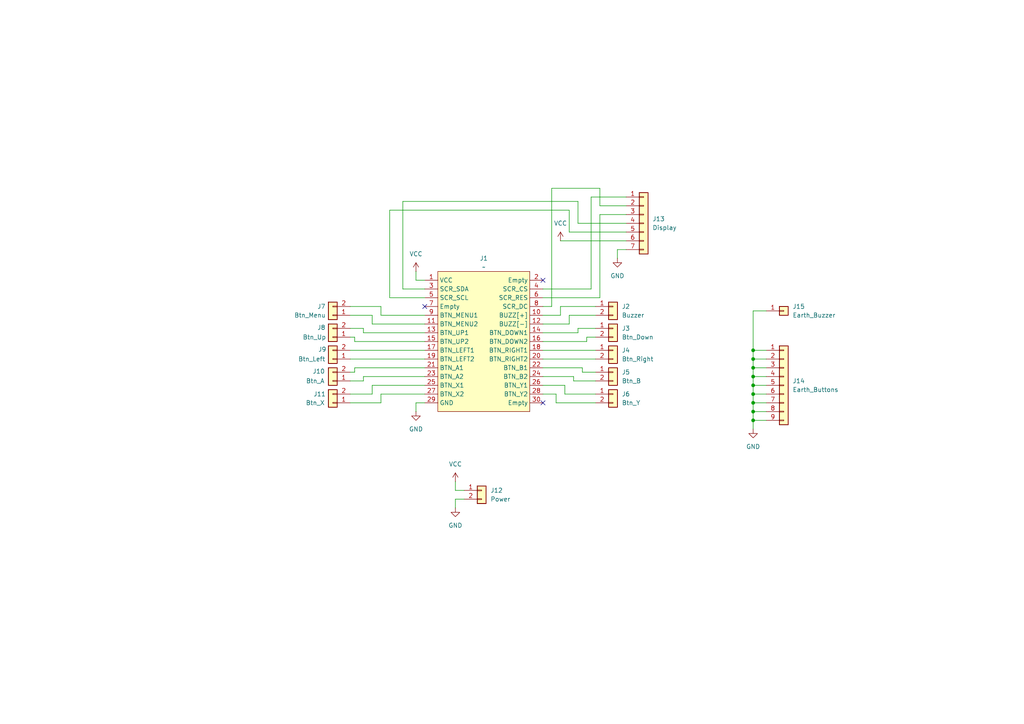
<source format=kicad_sch>
(kicad_sch (version 20250114) (generator "eeschema") (generator_version "9.0")
  (paper "A4")
  (lib_symbols
    (symbol "Connector_Generic:Conn_01x01" (pin_names (offset 1.016) (hide yes))
      (property "Reference" "J" (at 0 2.54 0))
      (property "Value" "Conn_01x01" (at 0 -2.54 0))
      (symbol "Conn_01x01_1_1"
        (rectangle (start -1.27 1.27) (end 1.27 -1.27) (stroke (width 0.254)) (fill (type background)))
        (rectangle (start -1.27 0.127) (end 0 -0.127) (stroke (width 0.1524)))
        (pin passive line (at -5.08 0 0) (length 3.81) (name "Pin_1") (number "1"))
      )
    )
    (symbol "Connector_Generic:Conn_01x02" (pin_names (offset 1.016) (hide yes))
      (property "Reference" "J" (at 0 2.54 0))
      (property "Value" "Conn_01x02" (at 0 -5.08 0))
      (symbol "Conn_01x02_1_1"
        (rectangle (start -1.27 1.27) (end 1.27 -3.81) (stroke (width 0.254)) (fill (type background)))
        (rectangle (start -1.27 0.127) (end 0 -0.127) (stroke (width 0.1524)))
        (rectangle (start -1.27 -2.413) (end 0 -2.667) (stroke (width 0.1524)))
        (pin passive line (at -5.08 0 0) (length 3.81) (name "Pin_1") (number "1"))
        (pin passive line (at -5.08 -2.54 0) (length 3.81) (name "Pin_2") (number "2"))
      )
    )
    (symbol "Connector_Generic:Conn_01x07" (pin_names (offset 1.016) (hide yes))
      (property "Reference" "J" (at 0 10.16 0))
      (property "Value" "Conn_01x07" (at 0 -10.16 0))
      (symbol "Conn_01x07_1_1"
        (rectangle (start -1.27 8.89) (end 1.27 -8.89) (stroke (width 0.254)) (fill (type background)))
        (rectangle (start -1.27 7.747) (end 0 7.493) (stroke (width 0.1524)))
        (rectangle (start -1.27 5.207) (end 0 4.953) (stroke (width 0.1524)))
        (rectangle (start -1.27 2.667) (end 0 2.413) (stroke (width 0.1524)))
        (rectangle (start -1.27 0.127) (end 0 -0.127) (stroke (width 0.1524)))
        (rectangle (start -1.27 -2.413) (end 0 -2.667) (stroke (width 0.1524)))
        (rectangle (start -1.27 -4.953) (end 0 -5.207) (stroke (width 0.1524)))
        (rectangle (start -1.27 -7.493) (end 0 -7.747) (stroke (width 0.1524)))
        (pin passive line (at -5.08 7.62 0) (length 3.81) (name "Pin_1") (number "1"))
        (pin passive line (at -5.08 5.08 0) (length 3.81) (name "Pin_2") (number "2"))
        (pin passive line (at -5.08 2.54 0) (length 3.81) (name "Pin_3") (number "3"))
        (pin passive line (at -5.08 0 0) (length 3.81) (name "Pin_4") (number "4"))
        (pin passive line (at -5.08 -2.54 0) (length 3.81) (name "Pin_5") (number "5"))
        (pin passive line (at -5.08 -5.08 0) (length 3.81) (name "Pin_6") (number "6"))
        (pin passive line (at -5.08 -7.62 0) (length 3.81) (name "Pin_7") (number "7"))
      )
    )
    (symbol "Connector_Generic:Conn_01x09" (pin_names (offset 1.016) (hide yes))
      (property "Reference" "J" (at 0 12.7 0))
      (property "Value" "Conn_01x09" (at 0 -12.7 0))
      (symbol "Conn_01x09_1_1"
        (rectangle (start -1.27 11.43) (end 1.27 -11.43) (stroke (width 0.254)) (fill (type background)))
        (rectangle (start -1.27 10.287) (end 0 10.033) (stroke (width 0.1524)))
        (rectangle (start -1.27 7.747) (end 0 7.493) (stroke (width 0.1524)))
        (rectangle (start -1.27 5.207) (end 0 4.953) (stroke (width 0.1524)))
        (rectangle (start -1.27 2.667) (end 0 2.413) (stroke (width 0.1524)))
        (rectangle (start -1.27 0.127) (end 0 -0.127) (stroke (width 0.1524)))
        (rectangle (start -1.27 -2.413) (end 0 -2.667) (stroke (width 0.1524)))
        (rectangle (start -1.27 -4.953) (end 0 -5.207) (stroke (width 0.1524)))
        (rectangle (start -1.27 -7.493) (end 0 -7.747) (stroke (width 0.1524)))
        (rectangle (start -1.27 -10.033) (end 0 -10.287) (stroke (width 0.1524)))
        (pin passive line (at -5.08 10.16 0) (length 3.81) (name "Pin_1") (number "1"))
        (pin passive line (at -5.08 7.62 0) (length 3.81) (name "Pin_2") (number "2"))
        (pin passive line (at -5.08 5.08 0) (length 3.81) (name "Pin_3") (number "3"))
        (pin passive line (at -5.08 2.54 0) (length 3.81) (name "Pin_4") (number "4"))
        (pin passive line (at -5.08 0 0) (length 3.81) (name "Pin_5") (number "5"))
        (pin passive line (at -5.08 -2.54 0) (length 3.81) (name "Pin_6") (number "6"))
        (pin passive line (at -5.08 -5.08 0) (length 3.81) (name "Pin_7") (number "7"))
        (pin passive line (at -5.08 -7.62 0) (length 3.81) (name "Pin_8") (number "8"))
        (pin passive line (at -5.08 -10.16 0) (length 3.81) (name "Pin_9") (number "9"))
      )
    )
    (symbol "carts:Edge_Connector"
      (property "Reference" "J" (at 1.016 22.352 0))
      (symbol "Edge_Connector_1_1"
        (rectangle (start -12.7 20.32) (end 13.97 -20.32) (fill (type background)))
        (pin power_out line (at -16.51 17.78 0) (length 3.81) (name "VCC") (number "1"))
        (pin passive line (at -16.51 15.24 0) (length 3.81) (name "SCR_SDA") (number "3"))
        (pin passive line (at -16.51 12.7 0) (length 3.81) (name "SCR_SCL") (number "5"))
        (pin passive line (at -16.51 10.16 0) (length 3.81) (name "Empty") (number "7"))
        (pin passive line (at -16.51 7.62 0) (length 3.81) (name "BTN_MENU1") (number "9"))
        (pin passive line (at -16.51 5.08 0) (length 3.81) (name "BTN_MENU2") (number "11"))
        (pin passive line (at -16.51 2.54 0) (length 3.81) (name "BTN_UP1") (number "13"))
        (pin passive line (at -16.51 0 0) (length 3.81) (name "BTN_UP2") (number "15"))
        (pin passive line (at -16.51 -2.54 0) (length 3.81) (name "BTN_LEFT1") (number "17"))
        (pin passive line (at -16.51 -5.08 0) (length 3.81) (name "BTN_LEFT2") (number "19"))
        (pin passive line (at -16.51 -7.62 0) (length 3.81) (name "BTN_A1") (number "21"))
        (pin passive line (at -16.51 -10.16 0) (length 3.81) (name "BTN_A2") (number "23"))
        (pin passive line (at -16.51 -12.7 0) (length 3.81) (name "BTN_X1") (number "25"))
        (pin passive line (at -16.51 -15.24 0) (length 3.81) (name "BTN_X2") (number "27"))
        (pin power_out line (at -16.51 -17.78 0) (length 3.81) (name "GND") (number "29"))
        (pin passive line (at 17.78 17.78 180) (length 3.81) (name "Empty") (number "2"))
        (pin passive line (at 17.78 15.24 180) (length 3.81) (name "SCR_CS") (number "4"))
        (pin passive line (at 17.78 12.7 180) (length 3.81) (name "SCR_RES") (number "6"))
        (pin passive line (at 17.78 10.16 180) (length 3.81) (name "SCR_DC") (number "8"))
        (pin passive line (at 17.78 7.62 180) (length 3.81) (name "BUZZ[+]") (number "10"))
        (pin passive line (at 17.78 5.08 180) (length 3.81) (name "BUZZ[-]") (number "12"))
        (pin passive line (at 17.78 2.54 180) (length 3.81) (name "BTN_DOWN1") (number "14"))
        (pin passive line (at 17.78 0 180) (length 3.81) (name "BTN_DOWN2") (number "16"))
        (pin passive line (at 17.78 -2.54 180) (length 3.81) (name "BTN_RIGHT1") (number "18"))
        (pin passive line (at 17.78 -5.08 180) (length 3.81) (name "BTN_RIGHT2") (number "20"))
        (pin passive line (at 17.78 -7.62 180) (length 3.81) (name "BTN_B1") (number "22"))
        (pin passive line (at 17.78 -10.16 180) (length 3.81) (name "BTN_B2") (number "24"))
        (pin passive line (at 17.78 -12.7 180) (length 3.81) (name "BTN_Y1") (number "26"))
        (pin passive line (at 17.78 -15.24 180) (length 3.81) (name "BTN_Y2") (number "28"))
        (pin passive line (at 17.78 -17.78 180) (length 3.81) (name "Empty") (number "30"))
      )
    )
    (symbol "power:GND" (power) (pin_numbers (hide yes)) (pin_names (offset 0) (hide yes))
      (property "Value" "GND" (at 0 -3.81 0))
      (symbol "GND_0_1"
        (polyline (pts (xy 0 0) (xy 0 -1.27) (xy 1.27 -1.27) (xy 0 -2.54) (xy -1.27 -1.27) (xy 0 -1.27)))
      )
      (symbol "GND_1_1"
        (pin power_in line (at 0 0 270) (length 0) (name "~") (number "1"))
      )
    )
    (symbol "power:VCC" (power) (pin_numbers (hide yes)) (pin_names (offset 0) (hide yes))
      (property "Value" "VCC" (at 0 3.556 0))
      (symbol "VCC_0_1"
        (polyline (pts (xy -0.762 1.27) (xy 0 2.54)))
        (polyline (pts (xy 0 2.54) (xy 0.762 1.27)))
        (polyline (pts (xy 0 0) (xy 0 2.54)))
      )
      (symbol "VCC_1_1"
        (pin power_in line (at 0 0 90) (length 0) (name "~") (number "1"))
      )
    )
  )
  (junction (at 218.44 104.14))
  (junction (at 218.44 116.84))
  (junction (at 218.44 109.22))
  (junction (at 218.44 106.68))
  (junction (at 218.44 114.3))
  (junction (at 218.44 119.38))
  (junction (at 218.44 121.92))
  (junction (at 218.44 111.76))
  (junction (at 218.44 101.6))
  (no_connect (at 157.48 116.84))
  (no_connect (at 157.48 81.28))
  (no_connect (at 123.19 88.9))
  (wire (pts (xy 171.45 57.15) (xy 181.61 57.15)))
  (wire (pts (xy 132.08 142.24) (xy 132.08 139.7)))
  (wire (pts (xy 167.64 96.52) (xy 167.64 95.25)))
  (wire (pts (xy 120.65 116.84) (xy 120.65 119.38)))
  (wire (pts (xy 123.19 96.52) (xy 105.41 96.52)))
  (wire (pts (xy 161.29 114.3) (xy 161.29 116.84)))
  (wire (pts (xy 181.61 72.39) (xy 179.07 72.39)))
  (wire (pts (xy 166.37 110.49) (xy 172.72 110.49)))
  (wire (pts (xy 167.64 64.77) (xy 181.61 64.77)))
  (wire (pts (xy 218.44 111.76) (xy 222.25 111.76)))
  (wire (pts (xy 162.56 69.85) (xy 181.61 69.85)))
  (wire (pts (xy 123.19 99.06) (xy 102.87 99.06)))
  (wire (pts (xy 181.61 67.31) (xy 165.1 67.31)))
  (wire (pts (xy 165.1 93.98) (xy 165.1 91.44)))
  (wire (pts (xy 132.08 144.78) (xy 134.62 144.78)))
  (wire (pts (xy 168.91 107.95) (xy 172.72 107.95)))
  (wire (pts (xy 157.48 93.98) (xy 165.1 93.98)))
  (wire (pts (xy 167.64 95.25) (xy 172.72 95.25)))
  (wire (pts (xy 173.99 62.23) (xy 173.99 86.36)))
  (wire (pts (xy 218.44 106.68) (xy 218.44 109.22)))
  (wire (pts (xy 165.1 67.31) (xy 165.1 60.96)))
  (wire (pts (xy 163.83 114.3) (xy 172.72 114.3)))
  (wire (pts (xy 168.91 106.68) (xy 168.91 107.95)))
  (wire (pts (xy 157.48 88.9) (xy 160.02 88.9)))
  (wire (pts (xy 218.44 90.17) (xy 218.44 101.6)))
  (wire (pts (xy 218.44 106.68) (xy 222.25 106.68)))
  (wire (pts (xy 157.48 99.06) (xy 170.18 99.06)))
  (wire (pts (xy 123.19 114.3) (xy 110.49 114.3)))
  (wire (pts (xy 218.44 111.76) (xy 218.44 114.3)))
  (wire (pts (xy 107.95 114.3) (xy 101.6 114.3)))
  (wire (pts (xy 218.44 101.6) (xy 218.44 104.14)))
  (wire (pts (xy 218.44 101.6) (xy 222.25 101.6)))
  (wire (pts (xy 123.19 93.98) (xy 107.95 93.98)))
  (wire (pts (xy 105.41 96.52) (xy 105.41 95.25)))
  (wire (pts (xy 162.56 91.44) (xy 162.56 88.9)))
  (wire (pts (xy 218.44 121.92) (xy 218.44 124.46)))
  (wire (pts (xy 160.02 54.61) (xy 173.99 54.61)))
  (wire (pts (xy 110.49 91.44) (xy 110.49 88.9)))
  (wire (pts (xy 113.03 86.36) (xy 123.19 86.36)))
  (wire (pts (xy 173.99 54.61) (xy 173.99 59.69)))
  (wire (pts (xy 157.48 111.76) (xy 163.83 111.76)))
  (wire (pts (xy 107.95 91.44) (xy 101.6 91.44)))
  (wire (pts (xy 102.87 99.06) (xy 102.87 97.79)))
  (wire (pts (xy 170.18 97.79) (xy 172.72 97.79)))
  (wire (pts (xy 134.62 142.24) (xy 132.08 142.24)))
  (wire (pts (xy 123.19 83.82) (xy 116.84 83.82)))
  (wire (pts (xy 218.44 119.38) (xy 222.25 119.38)))
  (wire (pts (xy 173.99 86.36) (xy 157.48 86.36)))
  (wire (pts (xy 218.44 119.38) (xy 218.44 121.92)))
  (wire (pts (xy 157.48 101.6) (xy 172.72 101.6)))
  (wire (pts (xy 101.6 101.6) (xy 123.19 101.6)))
  (wire (pts (xy 110.49 116.84) (xy 101.6 116.84)))
  (wire (pts (xy 120.65 81.28) (xy 120.65 78.74)))
  (wire (pts (xy 218.44 109.22) (xy 218.44 111.76)))
  (wire (pts (xy 218.44 114.3) (xy 218.44 116.84)))
  (wire (pts (xy 102.87 97.79) (xy 101.6 97.79)))
  (wire (pts (xy 157.48 104.14) (xy 172.72 104.14)))
  (wire (pts (xy 165.1 60.96) (xy 113.03 60.96)))
  (wire (pts (xy 171.45 83.82) (xy 171.45 57.15)))
  (wire (pts (xy 163.83 111.76) (xy 163.83 114.3)))
  (wire (pts (xy 123.19 106.68) (xy 102.87 106.68)))
  (wire (pts (xy 132.08 147.32) (xy 132.08 144.78)))
  (wire (pts (xy 170.18 99.06) (xy 170.18 97.79)))
  (wire (pts (xy 167.64 58.42) (xy 167.64 64.77)))
  (wire (pts (xy 107.95 111.76) (xy 107.95 114.3)))
  (wire (pts (xy 162.56 88.9) (xy 172.72 88.9)))
  (wire (pts (xy 105.41 109.22) (xy 105.41 110.49)))
  (wire (pts (xy 123.19 111.76) (xy 107.95 111.76)))
  (wire (pts (xy 110.49 114.3) (xy 110.49 116.84)))
  (wire (pts (xy 157.48 109.22) (xy 166.37 109.22)))
  (wire (pts (xy 157.48 114.3) (xy 161.29 114.3)))
  (wire (pts (xy 222.25 90.17) (xy 218.44 90.17)))
  (wire (pts (xy 101.6 104.14) (xy 123.19 104.14)))
  (wire (pts (xy 157.48 96.52) (xy 167.64 96.52)))
  (wire (pts (xy 218.44 121.92) (xy 222.25 121.92)))
  (wire (pts (xy 218.44 116.84) (xy 218.44 119.38)))
  (wire (pts (xy 179.07 72.39) (xy 179.07 74.93)))
  (wire (pts (xy 161.29 116.84) (xy 172.72 116.84)))
  (wire (pts (xy 116.84 58.42) (xy 167.64 58.42)))
  (wire (pts (xy 102.87 106.68) (xy 102.87 107.95)))
  (wire (pts (xy 113.03 60.96) (xy 113.03 86.36)))
  (wire (pts (xy 123.19 81.28) (xy 120.65 81.28)))
  (wire (pts (xy 105.41 95.25) (xy 101.6 95.25)))
  (wire (pts (xy 218.44 109.22) (xy 222.25 109.22)))
  (wire (pts (xy 160.02 88.9) (xy 160.02 54.61)))
  (wire (pts (xy 123.19 91.44) (xy 110.49 91.44)))
  (wire (pts (xy 123.19 116.84) (xy 120.65 116.84)))
  (wire (pts (xy 218.44 116.84) (xy 222.25 116.84)))
  (wire (pts (xy 157.48 106.68) (xy 168.91 106.68)))
  (wire (pts (xy 218.44 104.14) (xy 218.44 106.68)))
  (wire (pts (xy 165.1 91.44) (xy 172.72 91.44)))
  (wire (pts (xy 110.49 88.9) (xy 101.6 88.9)))
  (wire (pts (xy 218.44 104.14) (xy 222.25 104.14)))
  (wire (pts (xy 157.48 91.44) (xy 162.56 91.44)))
  (wire (pts (xy 166.37 109.22) (xy 166.37 110.49)))
  (wire (pts (xy 116.84 83.82) (xy 116.84 58.42)))
  (wire (pts (xy 181.61 62.23) (xy 173.99 62.23)))
  (wire (pts (xy 105.41 110.49) (xy 101.6 110.49)))
  (wire (pts (xy 173.99 59.69) (xy 181.61 59.69)))
  (wire (pts (xy 157.48 83.82) (xy 171.45 83.82)))
  (wire (pts (xy 218.44 114.3) (xy 222.25 114.3)))
  (wire (pts (xy 123.19 109.22) (xy 105.41 109.22)))
  (wire (pts (xy 102.87 107.95) (xy 101.6 107.95)))
  (wire (pts (xy 107.95 93.98) (xy 107.95 91.44)))
  (symbol (lib_id "power:VCC") (at 162.56 69.85 0) (unit 1)
    (property "Reference" "#PWR06" (effects (hide yes)))
    (property "Value" "VCC" (at 162.56 64.77 0))
    (property "Description" "Power symbol creates a global label with name \"VCC\"" (effects (hide yes)))
  )
  (symbol (lib_id "Connector_Generic:Conn_01x02") (at 96.52 97.79 180) (unit 1)
    (property "Reference" "J8" (at 93.218 94.996 0))
    (property "Value" "Btn_Up" (at 91.186 97.79 0))
    (property "Footprint" "Connector_PinHeader_2.54mm:PinHeader_1x02_P2.54mm_Vertical" (effects (hide yes)))
    (property "Description" "Generic connector, single row, 01x02, script generated (kicad-library-utils/schlib/autogen/connector/)" (effects (hide yes)))
  )
  (symbol (lib_id "Connector_Generic:Conn_01x02") (at 177.8 101.6 0) (unit 1)
    (property "Reference" "J4" (at 180.34 101.5999 0) (effects (justify left)))
    (property "Value" "Btn_Right" (at 180.34 104.1399 0) (effects (justify left)))
    (property "Footprint" "Connector_PinHeader_2.54mm:PinHeader_1x02_P2.54mm_Vertical" (effects (hide yes)))
    (property "Description" "Generic connector, single row, 01x02, script generated (kicad-library-utils/schlib/autogen/connector/)" (effects (hide yes)))
  )
  (symbol (lib_id "carts:Edge_Connector") (at 139.7 99.06 0) (unit 1)
    (property "Reference" "J1" (at 140.335 74.93 0))
    (property "Value" "~" (at 140.335 77.47 0))
    (property "Footprint" "carts:Edge_Connector" (effects (hide yes)))
  )
  (symbol (lib_id "power:GND") (at 120.65 119.38 0) (unit 1)
    (property "Reference" "#PWR01" (effects (hide yes)))
    (property "Value" "GND" (at 120.65 124.46 0))
    (property "Description" "Power symbol creates a global label with name \"GND\" , ground" (effects (hide yes)))
  )
  (symbol (lib_id "Connector_Generic:Conn_01x02") (at 139.7 142.24 0) (unit 1)
    (property "Reference" "J12" (at 142.24 142.2399 0) (effects (justify left)))
    (property "Value" "Power" (at 142.24 144.7799 0) (effects (justify left)))
    (property "Footprint" "Connector_PinHeader_2.54mm:PinHeader_1x02_P2.54mm_Vertical" (effects (hide yes)))
    (property "Description" "Generic connector, single row, 01x02, script generated (kicad-library-utils/schlib/autogen/connector/)" (effects (hide yes)))
  )
  (symbol (lib_id "Connector_Generic:Conn_01x09") (at 227.33 111.76 0) (unit 1)
    (property "Reference" "J14" (at 229.87 110.4899 0) (effects (justify left)))
    (property "Value" "Earth_Buttons" (at 229.87 113.0299 0) (effects (justify left)))
    (property "Footprint" "Connector_PinHeader_2.54mm:PinHeader_1x09_P2.54mm_Vertical" (effects (hide yes)))
    (property "Description" "Generic connector, single row, 01x09, script generated (kicad-library-utils/schlib/autogen/connector/)" (effects (hide yes)))
  )
  (symbol (lib_id "Connector_Generic:Conn_01x01") (at 227.33 90.17 0) (unit 1)
    (property "Reference" "J15" (at 229.87 88.8999 0) (effects (justify left)))
    (property "Value" "Earth_Buzzer" (at 229.87 91.4399 0) (effects (justify left)))
    (property "Footprint" "Connector_PinHeader_2.54mm:PinHeader_1x01_P2.54mm_Vertical" (effects (hide yes)))
    (property "Description" "Generic connector, single row, 01x01, script generated (kicad-library-utils/schlib/autogen/connector/)" (effects (hide yes)))
  )
  (symbol (lib_id "power:GND") (at 132.08 147.32 0) (unit 1)
    (property "Reference" "#PWR04" (effects (hide yes)))
    (property "Value" "GND" (at 132.08 152.4 0))
    (property "Description" "Power symbol creates a global label with name \"GND\" , ground" (effects (hide yes)))
  )
  (symbol (lib_id "Connector_Generic:Conn_01x07") (at 186.69 64.77 0) (unit 1)
    (property "Reference" "J13" (at 189.23 63.4999 0) (effects (justify left)))
    (property "Value" "Display" (at 189.23 66.0399 0) (effects (justify left)))
    (property "Footprint" "Connector_PinHeader_2.54mm:PinHeader_1x07_P2.54mm_Vertical" (effects (hide yes)))
    (property "Description" "Generic connector, single row, 01x07, script generated (kicad-library-utils/schlib/autogen/connector/)" (effects (hide yes)))
  )
  (symbol (lib_id "power:GND") (at 218.44 124.46 0) (unit 1)
    (property "Reference" "#PWR07" (effects (hide yes)))
    (property "Value" "GND" (at 218.44 129.54 0))
    (property "Description" "Power symbol creates a global label with name \"GND\" , ground" (effects (hide yes)))
  )
  (symbol (lib_id "Connector_Generic:Conn_01x02") (at 177.8 88.9 0) (unit 1)
    (property "Reference" "J2" (at 180.34 88.8999 0) (effects (justify left)))
    (property "Value" "Buzzer" (at 180.34 91.4399 0) (effects (justify left)))
    (property "Footprint" "Connector_PinHeader_2.54mm:PinHeader_1x02_P2.54mm_Vertical" (effects (hide yes)))
    (property "Description" "Generic connector, single row, 01x02, script generated (kicad-library-utils/schlib/autogen/connector/)" (effects (hide yes)))
  )
  (symbol (lib_id "Connector_Generic:Conn_01x02") (at 177.8 95.25 0) (unit 1)
    (property "Reference" "J3" (at 180.34 95.2499 0) (effects (justify left)))
    (property "Value" "Btn_Down" (at 180.34 97.7899 0) (effects (justify left)))
    (property "Footprint" "Connector_PinHeader_2.54mm:PinHeader_1x02_P2.54mm_Vertical" (effects (hide yes)))
    (property "Description" "Generic connector, single row, 01x02, script generated (kicad-library-utils/schlib/autogen/connector/)" (effects (hide yes)))
  )
  (symbol (lib_id "power:GND") (at 179.07 74.93 0) (unit 1)
    (property "Reference" "#PWR05" (effects (hide yes)))
    (property "Value" "GND" (at 179.07 80.01 0))
    (property "Description" "Power symbol creates a global label with name \"GND\" , ground" (effects (hide yes)))
  )
  (symbol (lib_id "Connector_Generic:Conn_01x02") (at 96.52 91.44 180) (unit 1)
    (property "Reference" "J7" (at 93.218 88.9 0))
    (property "Value" "Btn_Menu" (at 89.916 91.44 0))
    (property "Footprint" "Connector_PinHeader_2.54mm:PinHeader_1x02_P2.54mm_Vertical" (effects (hide yes)))
    (property "Description" "Generic connector, single row, 01x02, script generated (kicad-library-utils/schlib/autogen/connector/)" (effects (hide yes)))
  )
  (symbol (lib_id "Connector_Generic:Conn_01x02") (at 96.52 116.84 180) (unit 1)
    (property "Reference" "J11" (at 92.71 114.3 0))
    (property "Value" "Btn_X" (at 91.44 116.84 0))
    (property "Footprint" "Connector_PinHeader_2.54mm:PinHeader_1x02_P2.54mm_Vertical" (effects (hide yes)))
    (property "Description" "Generic connector, single row, 01x02, script generated (kicad-library-utils/schlib/autogen/connector/)" (effects (hide yes)))
  )
  (symbol (lib_id "Connector_Generic:Conn_01x02") (at 177.8 114.3 0) (unit 1)
    (property "Reference" "J6" (at 180.34 114.2999 0) (effects (justify left)))
    (property "Value" "Btn_Y" (at 180.34 116.8399 0) (effects (justify left)))
    (property "Footprint" "Connector_PinHeader_2.54mm:PinHeader_1x02_P2.54mm_Vertical" (effects (hide yes)))
    (property "Description" "Generic connector, single row, 01x02, script generated (kicad-library-utils/schlib/autogen/connector/)" (effects (hide yes)))
  )
  (symbol (lib_id "power:VCC") (at 120.65 78.74 0) (unit 1)
    (property "Reference" "#PWR02" (effects (hide yes)))
    (property "Value" "VCC" (at 120.65 73.66 0))
    (property "Description" "Power symbol creates a global label with name \"VCC\"" (effects (hide yes)))
  )
  (symbol (lib_id "Connector_Generic:Conn_01x02") (at 96.52 104.14 180) (unit 1)
    (property "Reference" "J9" (at 93.472 101.346 0))
    (property "Value" "Btn_Left" (at 90.424 104.14 0))
    (property "Footprint" "Connector_PinHeader_2.54mm:PinHeader_1x02_P2.54mm_Vertical" (effects (hide yes)))
    (property "Description" "Generic connector, single row, 01x02, script generated (kicad-library-utils/schlib/autogen/connector/)" (effects (hide yes)))
  )
  (symbol (lib_id "Connector_Generic:Conn_01x02") (at 177.8 107.95 0) (unit 1)
    (property "Reference" "J5" (at 180.34 107.9499 0) (effects (justify left)))
    (property "Value" "Btn_B" (at 180.34 110.4899 0) (effects (justify left)))
    (property "Footprint" "Connector_PinHeader_2.54mm:PinHeader_1x02_P2.54mm_Vertical" (effects (hide yes)))
    (property "Description" "Generic connector, single row, 01x02, script generated (kicad-library-utils/schlib/autogen/connector/)" (effects (hide yes)))
  )
  (symbol (lib_id "Connector_Generic:Conn_01x02") (at 96.52 110.49 180) (unit 1)
    (property "Reference" "J10" (at 92.456 107.696 0))
    (property "Value" "Btn_A" (at 91.44 110.49 0))
    (property "Footprint" "Connector_PinHeader_2.54mm:PinHeader_1x02_P2.54mm_Vertical" (effects (hide yes)))
    (property "Description" "Generic connector, single row, 01x02, script generated (kicad-library-utils/schlib/autogen/connector/)" (effects (hide yes)))
  )
  (symbol (lib_id "power:VCC") (at 132.08 139.7 0) (unit 1)
    (property "Reference" "#PWR03" (effects (hide yes)))
    (property "Value" "VCC" (at 132.08 134.62 0))
    (property "Description" "Power symbol creates a global label with name \"VCC\"" (effects (hide yes)))
  )
)
</source>
